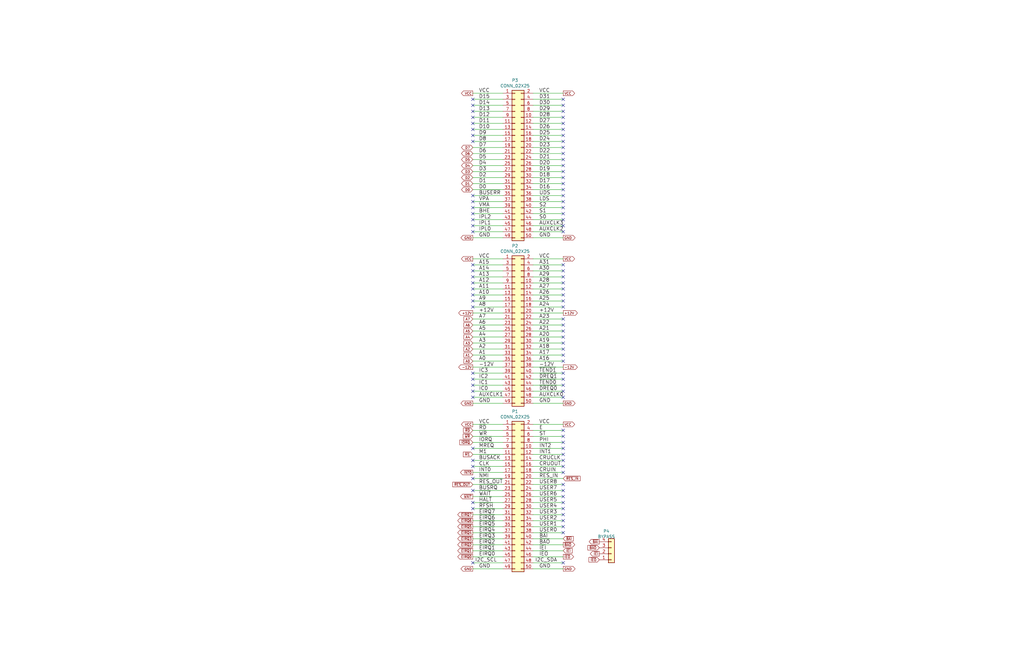
<source format=kicad_sch>
(kicad_sch (version 20211123) (generator eeschema)
  (paper "B")
  (lib_symbols
    (symbol "Connector_Generic:Conn_01x04" (pin_names (offset 1.016) hide)
      (property "Reference" "J" (at 0 5.08 0))
      (property "Value" "Conn_01x04" (at 0 -7.62 0))
      (symbol "Conn_01x04_1_1"
        (rectangle (start -1.27 -4.953) (end 0 -5.207) (stroke (width 0.1524)))
        (rectangle (start -1.27 -2.413) (end 0 -2.667) (stroke (width 0.1524)))
        (rectangle (start -1.27 0.127) (end 0 -0.127) (stroke (width 0.1524)))
        (rectangle (start -1.27 2.667) (end 0 2.413) (stroke (width 0.1524)))
        (rectangle (start -1.27 3.81) (end 1.27 -6.35) (stroke (width 0.254)) (fill (type background)))
        (pin passive line (at -5.08 2.54 0) (length 3.81) (name "Pin_1") (number "1"))
        (pin passive line (at -5.08 0 0) (length 3.81) (name "Pin_2") (number "2"))
        (pin passive line (at -5.08 -2.54 0) (length 3.81) (name "Pin_3") (number "3"))
        (pin passive line (at -5.08 -5.08 0) (length 3.81) (name "Pin_4") (number "4"))
      )
    )
    (symbol "Connector_Generic:Conn_02x25_Odd_Even" (pin_names (offset 1.016) hide)
      (property "Reference" "J" (at 1.27 33.02 0))
      (property "Value" "Conn_02x25_Odd_Even" (at 1.27 -33.02 0))
      (symbol "Conn_02x25_Odd_Even_1_1"
        (rectangle (start -1.27 -30.353) (end 0 -30.607) (stroke (width 0.1524)))
        (rectangle (start -1.27 -27.813) (end 0 -28.067) (stroke (width 0.1524)))
        (rectangle (start -1.27 -25.273) (end 0 -25.527) (stroke (width 0.1524)))
        (rectangle (start -1.27 -22.733) (end 0 -22.987) (stroke (width 0.1524)))
        (rectangle (start -1.27 -20.193) (end 0 -20.447) (stroke (width 0.1524)))
        (rectangle (start -1.27 -17.653) (end 0 -17.907) (stroke (width 0.1524)))
        (rectangle (start -1.27 -15.113) (end 0 -15.367) (stroke (width 0.1524)))
        (rectangle (start -1.27 -12.573) (end 0 -12.827) (stroke (width 0.1524)))
        (rectangle (start -1.27 -10.033) (end 0 -10.287) (stroke (width 0.1524)))
        (rectangle (start -1.27 -7.493) (end 0 -7.747) (stroke (width 0.1524)))
        (rectangle (start -1.27 -4.953) (end 0 -5.207) (stroke (width 0.1524)))
        (rectangle (start -1.27 -2.413) (end 0 -2.667) (stroke (width 0.1524)))
        (rectangle (start -1.27 0.127) (end 0 -0.127) (stroke (width 0.1524)))
        (rectangle (start -1.27 2.667) (end 0 2.413) (stroke (width 0.1524)))
        (rectangle (start -1.27 5.207) (end 0 4.953) (stroke (width 0.1524)))
        (rectangle (start -1.27 7.747) (end 0 7.493) (stroke (width 0.1524)))
        (rectangle (start -1.27 10.287) (end 0 10.033) (stroke (width 0.1524)))
        (rectangle (start -1.27 12.827) (end 0 12.573) (stroke (width 0.1524)))
        (rectangle (start -1.27 15.367) (end 0 15.113) (stroke (width 0.1524)))
        (rectangle (start -1.27 17.907) (end 0 17.653) (stroke (width 0.1524)))
        (rectangle (start -1.27 20.447) (end 0 20.193) (stroke (width 0.1524)))
        (rectangle (start -1.27 22.987) (end 0 22.733) (stroke (width 0.1524)))
        (rectangle (start -1.27 25.527) (end 0 25.273) (stroke (width 0.1524)))
        (rectangle (start -1.27 28.067) (end 0 27.813) (stroke (width 0.1524)))
        (rectangle (start -1.27 30.607) (end 0 30.353) (stroke (width 0.1524)))
        (rectangle (start -1.27 31.75) (end 3.81 -31.75) (stroke (width 0.254)) (fill (type background)))
        (rectangle (start 3.81 -30.353) (end 2.54 -30.607) (stroke (width 0.1524)))
        (rectangle (start 3.81 -27.813) (end 2.54 -28.067) (stroke (width 0.1524)))
        (rectangle (start 3.81 -25.273) (end 2.54 -25.527) (stroke (width 0.1524)))
        (rectangle (start 3.81 -22.733) (end 2.54 -22.987) (stroke (width 0.1524)))
        (rectangle (start 3.81 -20.193) (end 2.54 -20.447) (stroke (width 0.1524)))
        (rectangle (start 3.81 -17.653) (end 2.54 -17.907) (stroke (width 0.1524)))
        (rectangle (start 3.81 -15.113) (end 2.54 -15.367) (stroke (width 0.1524)))
        (rectangle (start 3.81 -12.573) (end 2.54 -12.827) (stroke (width 0.1524)))
        (rectangle (start 3.81 -10.033) (end 2.54 -10.287) (stroke (width 0.1524)))
        (rectangle (start 3.81 -7.493) (end 2.54 -7.747) (stroke (width 0.1524)))
        (rectangle (start 3.81 -4.953) (end 2.54 -5.207) (stroke (width 0.1524)))
        (rectangle (start 3.81 -2.413) (end 2.54 -2.667) (stroke (width 0.1524)))
        (rectangle (start 3.81 0.127) (end 2.54 -0.127) (stroke (width 0.1524)))
        (rectangle (start 3.81 2.667) (end 2.54 2.413) (stroke (width 0.1524)))
        (rectangle (start 3.81 5.207) (end 2.54 4.953) (stroke (width 0.1524)))
        (rectangle (start 3.81 7.747) (end 2.54 7.493) (stroke (width 0.1524)))
        (rectangle (start 3.81 10.287) (end 2.54 10.033) (stroke (width 0.1524)))
        (rectangle (start 3.81 12.827) (end 2.54 12.573) (stroke (width 0.1524)))
        (rectangle (start 3.81 15.367) (end 2.54 15.113) (stroke (width 0.1524)))
        (rectangle (start 3.81 17.907) (end 2.54 17.653) (stroke (width 0.1524)))
        (rectangle (start 3.81 20.447) (end 2.54 20.193) (stroke (width 0.1524)))
        (rectangle (start 3.81 22.987) (end 2.54 22.733) (stroke (width 0.1524)))
        (rectangle (start 3.81 25.527) (end 2.54 25.273) (stroke (width 0.1524)))
        (rectangle (start 3.81 28.067) (end 2.54 27.813) (stroke (width 0.1524)))
        (rectangle (start 3.81 30.607) (end 2.54 30.353) (stroke (width 0.1524)))
        (pin passive line (at -5.08 30.48 0) (length 3.81) (name "Pin_1") (number "1"))
        (pin passive line (at 7.62 20.32 180) (length 3.81) (name "Pin_10") (number "10"))
        (pin passive line (at -5.08 17.78 0) (length 3.81) (name "Pin_11") (number "11"))
        (pin passive line (at 7.62 17.78 180) (length 3.81) (name "Pin_12") (number "12"))
        (pin passive line (at -5.08 15.24 0) (length 3.81) (name "Pin_13") (number "13"))
        (pin passive line (at 7.62 15.24 180) (length 3.81) (name "Pin_14") (number "14"))
        (pin passive line (at -5.08 12.7 0) (length 3.81) (name "Pin_15") (number "15"))
        (pin passive line (at 7.62 12.7 180) (length 3.81) (name "Pin_16") (number "16"))
        (pin passive line (at -5.08 10.16 0) (length 3.81) (name "Pin_17") (number "17"))
        (pin passive line (at 7.62 10.16 180) (length 3.81) (name "Pin_18") (number "18"))
        (pin passive line (at -5.08 7.62 0) (length 3.81) (name "Pin_19") (number "19"))
        (pin passive line (at 7.62 30.48 180) (length 3.81) (name "Pin_2") (number "2"))
        (pin passive line (at 7.62 7.62 180) (length 3.81) (name "Pin_20") (number "20"))
        (pin passive line (at -5.08 5.08 0) (length 3.81) (name "Pin_21") (number "21"))
        (pin passive line (at 7.62 5.08 180) (length 3.81) (name "Pin_22") (number "22"))
        (pin passive line (at -5.08 2.54 0) (length 3.81) (name "Pin_23") (number "23"))
        (pin passive line (at 7.62 2.54 180) (length 3.81) (name "Pin_24") (number "24"))
        (pin passive line (at -5.08 0 0) (length 3.81) (name "Pin_25") (number "25"))
        (pin passive line (at 7.62 0 180) (length 3.81) (name "Pin_26") (number "26"))
        (pin passive line (at -5.08 -2.54 0) (length 3.81) (name "Pin_27") (number "27"))
        (pin passive line (at 7.62 -2.54 180) (length 3.81) (name "Pin_28") (number "28"))
        (pin passive line (at -5.08 -5.08 0) (length 3.81) (name "Pin_29") (number "29"))
        (pin passive line (at -5.08 27.94 0) (length 3.81) (name "Pin_3") (number "3"))
        (pin passive line (at 7.62 -5.08 180) (length 3.81) (name "Pin_30") (number "30"))
        (pin passive line (at -5.08 -7.62 0) (length 3.81) (name "Pin_31") (number "31"))
        (pin passive line (at 7.62 -7.62 180) (length 3.81) (name "Pin_32") (number "32"))
        (pin passive line (at -5.08 -10.16 0) (length 3.81) (name "Pin_33") (number "33"))
        (pin passive line (at 7.62 -10.16 180) (length 3.81) (name "Pin_34") (number "34"))
        (pin passive line (at -5.08 -12.7 0) (length 3.81) (name "Pin_35") (number "35"))
        (pin passive line (at 7.62 -12.7 180) (length 3.81) (name "Pin_36") (number "36"))
        (pin passive line (at -5.08 -15.24 0) (length 3.81) (name "Pin_37") (number "37"))
        (pin passive line (at 7.62 -15.24 180) (length 3.81) (name "Pin_38") (number "38"))
        (pin passive line (at -5.08 -17.78 0) (length 3.81) (name "Pin_39") (number "39"))
        (pin passive line (at 7.62 27.94 180) (length 3.81) (name "Pin_4") (number "4"))
        (pin passive line (at 7.62 -17.78 180) (length 3.81) (name "Pin_40") (number "40"))
        (pin passive line (at -5.08 -20.32 0) (length 3.81) (name "Pin_41") (number "41"))
        (pin passive line (at 7.62 -20.32 180) (length 3.81) (name "Pin_42") (number "42"))
        (pin passive line (at -5.08 -22.86 0) (length 3.81) (name "Pin_43") (number "43"))
        (pin passive line (at 7.62 -22.86 180) (length 3.81) (name "Pin_44") (number "44"))
        (pin passive line (at -5.08 -25.4 0) (length 3.81) (name "Pin_45") (number "45"))
        (pin passive line (at 7.62 -25.4 180) (length 3.81) (name "Pin_46") (number "46"))
        (pin passive line (at -5.08 -27.94 0) (length 3.81) (name "Pin_47") (number "47"))
        (pin passive line (at 7.62 -27.94 180) (length 3.81) (name "Pin_48") (number "48"))
        (pin passive line (at -5.08 -30.48 0) (length 3.81) (name "Pin_49") (number "49"))
        (pin passive line (at -5.08 25.4 0) (length 3.81) (name "Pin_5") (number "5"))
        (pin passive line (at 7.62 -30.48 180) (length 3.81) (name "Pin_50") (number "50"))
        (pin passive line (at 7.62 25.4 180) (length 3.81) (name "Pin_6") (number "6"))
        (pin passive line (at -5.08 22.86 0) (length 3.81) (name "Pin_7") (number "7"))
        (pin passive line (at 7.62 22.86 180) (length 3.81) (name "Pin_8") (number "8"))
        (pin passive line (at -5.08 20.32 0) (length 3.81) (name "Pin_9") (number "9"))
      )
    )
  )
  (no_connect (at 199.39 90.17))
  (no_connect (at 237.49 196.85))
  (no_connect (at 237.49 46.99))
  (no_connect (at 199.39 167.64))
  (no_connect (at 237.49 59.69))
  (no_connect (at 199.39 85.09))
  (no_connect (at 237.49 160.02))
  (no_connect (at 237.49 77.47))
  (no_connect (at 199.39 54.61))
  (no_connect (at 237.49 157.48))
  (no_connect (at 237.49 111.76))
  (no_connect (at 199.39 196.85))
  (no_connect (at 199.39 121.92))
  (no_connect (at 199.39 212.09))
  (no_connect (at 237.49 237.49))
  (no_connect (at 237.49 142.24))
  (no_connect (at 237.49 191.77))
  (no_connect (at 237.49 162.56))
  (no_connect (at 237.49 69.85))
  (no_connect (at 237.49 67.31))
  (no_connect (at 199.39 189.23))
  (no_connect (at 237.49 212.09))
  (no_connect (at 237.49 139.7))
  (no_connect (at 199.39 116.84))
  (no_connect (at 237.49 64.77))
  (no_connect (at 199.39 97.79))
  (no_connect (at 237.49 119.38))
  (no_connect (at 237.49 186.69))
  (no_connect (at 237.49 127))
  (no_connect (at 199.39 207.01))
  (no_connect (at 199.39 52.07))
  (no_connect (at 199.39 124.46))
  (no_connect (at 199.39 119.38))
  (no_connect (at 237.49 181.61))
  (no_connect (at 199.39 49.53))
  (no_connect (at 237.49 184.15))
  (no_connect (at 199.39 59.69))
  (no_connect (at 199.39 41.91))
  (no_connect (at 199.39 160.02))
  (no_connect (at 237.49 116.84))
  (no_connect (at 237.49 54.61))
  (no_connect (at 199.39 157.48))
  (no_connect (at 199.39 165.1))
  (no_connect (at 237.49 52.07))
  (no_connect (at 199.39 201.93))
  (no_connect (at 237.49 214.63))
  (no_connect (at 237.49 114.3))
  (no_connect (at 237.49 152.4))
  (no_connect (at 237.49 74.93))
  (no_connect (at 199.39 129.54))
  (no_connect (at 199.39 57.15))
  (no_connect (at 237.49 217.17))
  (no_connect (at 199.39 46.99))
  (no_connect (at 237.49 57.15))
  (no_connect (at 237.49 189.23))
  (no_connect (at 237.49 62.23))
  (no_connect (at 237.49 72.39))
  (no_connect (at 237.49 224.79))
  (no_connect (at 199.39 214.63))
  (no_connect (at 237.49 97.79))
  (no_connect (at 237.49 90.17))
  (no_connect (at 237.49 219.71))
  (no_connect (at 237.49 49.53))
  (no_connect (at 237.49 194.31))
  (no_connect (at 237.49 165.1))
  (no_connect (at 199.39 92.71))
  (no_connect (at 199.39 127))
  (no_connect (at 199.39 87.63))
  (no_connect (at 199.39 114.3))
  (no_connect (at 237.49 92.71))
  (no_connect (at 237.49 209.55))
  (no_connect (at 199.39 44.45))
  (no_connect (at 237.49 204.47))
  (no_connect (at 237.49 85.09))
  (no_connect (at 237.49 95.25))
  (no_connect (at 237.49 80.01))
  (no_connect (at 237.49 207.01))
  (no_connect (at 237.49 82.55))
  (no_connect (at 237.49 147.32))
  (no_connect (at 237.49 222.25))
  (no_connect (at 237.49 199.39))
  (no_connect (at 237.49 87.63))
  (no_connect (at 199.39 194.31))
  (no_connect (at 199.39 111.76))
  (no_connect (at 237.49 129.54))
  (no_connect (at 199.39 82.55))
  (no_connect (at 199.39 95.25))
  (no_connect (at 237.49 41.91))
  (no_connect (at 237.49 121.92))
  (no_connect (at 237.49 44.45))
  (no_connect (at 237.49 137.16))
  (no_connect (at 237.49 149.86))
  (no_connect (at 237.49 144.78))
  (no_connect (at 199.39 237.49))
  (no_connect (at 237.49 134.62))
  (no_connect (at 199.39 162.56))
  (no_connect (at 237.49 167.64))
  (no_connect (at 237.49 124.46))
  (wire (pts (xy 224.79 224.79) (xy 237.49 224.79)))
  (wire (pts (xy 199.39 224.79) (xy 212.09 224.79)))
  (wire (pts (xy 224.79 77.47) (xy 237.49 77.47)))
  (wire (pts (xy 199.39 54.61) (xy 212.09 54.61)))
  (wire (pts (xy 199.39 209.55) (xy 212.09 209.55)))
  (wire (pts (xy 224.79 207.01) (xy 237.49 207.01)))
  (wire (pts (xy 199.39 137.16) (xy 212.09 137.16)))
  (wire (pts (xy 199.39 49.53) (xy 212.09 49.53)))
  (wire (pts (xy 224.79 97.79) (xy 237.49 97.79)))
  (wire (pts (xy 237.49 194.31) (xy 224.79 194.31)))
  (wire (pts (xy 224.79 201.93) (xy 237.49 201.93)))
  (wire (pts (xy 224.79 209.55) (xy 237.49 209.55)))
  (wire (pts (xy 224.79 57.15) (xy 237.49 57.15)))
  (wire (pts (xy 199.39 240.03) (xy 212.09 240.03)))
  (wire (pts (xy 224.79 100.33) (xy 237.49 100.33)))
  (wire (pts (xy 199.39 67.31) (xy 212.09 67.31)))
  (wire (pts (xy 224.79 85.09) (xy 237.49 85.09)))
  (wire (pts (xy 224.79 142.24) (xy 237.49 142.24)))
  (wire (pts (xy 199.39 152.4) (xy 212.09 152.4)))
  (wire (pts (xy 212.09 160.02) (xy 199.39 160.02)))
  (wire (pts (xy 224.79 137.16) (xy 237.49 137.16)))
  (wire (pts (xy 212.09 85.09) (xy 199.39 85.09)))
  (wire (pts (xy 199.39 204.47) (xy 212.09 204.47)))
  (wire (pts (xy 224.79 80.01) (xy 237.49 80.01)))
  (wire (pts (xy 224.79 212.09) (xy 237.49 212.09)))
  (wire (pts (xy 199.39 74.93) (xy 212.09 74.93)))
  (wire (pts (xy 224.79 170.18) (xy 237.49 170.18)))
  (wire (pts (xy 199.39 149.86) (xy 212.09 149.86)))
  (wire (pts (xy 199.39 116.84) (xy 212.09 116.84)))
  (wire (pts (xy 199.39 227.33) (xy 212.09 227.33)))
  (wire (pts (xy 237.49 184.15) (xy 224.79 184.15)))
  (wire (pts (xy 199.39 134.62) (xy 212.09 134.62)))
  (wire (pts (xy 224.79 144.78) (xy 237.49 144.78)))
  (wire (pts (xy 224.79 124.46) (xy 237.49 124.46)))
  (wire (pts (xy 199.39 52.07) (xy 212.09 52.07)))
  (wire (pts (xy 199.39 199.39) (xy 212.09 199.39)))
  (wire (pts (xy 224.79 67.31) (xy 237.49 67.31)))
  (wire (pts (xy 237.49 95.25) (xy 224.79 95.25)))
  (wire (pts (xy 224.79 114.3) (xy 237.49 114.3)))
  (wire (pts (xy 199.39 41.91) (xy 212.09 41.91)))
  (wire (pts (xy 199.39 111.76) (xy 212.09 111.76)))
  (wire (pts (xy 199.39 44.45) (xy 212.09 44.45)))
  (wire (pts (xy 224.79 44.45) (xy 237.49 44.45)))
  (wire (pts (xy 199.39 59.69) (xy 212.09 59.69)))
  (wire (pts (xy 224.79 129.54) (xy 237.49 129.54)))
  (wire (pts (xy 224.79 147.32) (xy 237.49 147.32)))
  (wire (pts (xy 199.39 77.47) (xy 212.09 77.47)))
  (wire (pts (xy 199.39 191.77) (xy 212.09 191.77)))
  (wire (pts (xy 199.39 64.77) (xy 212.09 64.77)))
  (wire (pts (xy 199.39 62.23) (xy 212.09 62.23)))
  (wire (pts (xy 199.39 222.25) (xy 212.09 222.25)))
  (wire (pts (xy 224.79 204.47) (xy 237.49 204.47)))
  (wire (pts (xy 224.79 59.69) (xy 237.49 59.69)))
  (wire (pts (xy 224.79 87.63) (xy 237.49 87.63)))
  (wire (pts (xy 224.79 62.23) (xy 237.49 62.23)))
  (wire (pts (xy 224.79 219.71) (xy 237.49 219.71)))
  (wire (pts (xy 224.79 82.55) (xy 237.49 82.55)))
  (wire (pts (xy 212.09 90.17) (xy 199.39 90.17)))
  (wire (pts (xy 199.39 121.92) (xy 212.09 121.92)))
  (wire (pts (xy 224.79 69.85) (xy 237.49 69.85)))
  (wire (pts (xy 199.39 46.99) (xy 212.09 46.99)))
  (wire (pts (xy 224.79 196.85) (xy 237.49 196.85)))
  (wire (pts (xy 224.79 179.07) (xy 237.49 179.07)))
  (wire (pts (xy 224.79 157.48) (xy 237.49 157.48)))
  (wire (pts (xy 199.39 194.31) (xy 212.09 194.31)))
  (wire (pts (xy 224.79 222.25) (xy 237.49 222.25)))
  (wire (pts (xy 199.39 201.93) (xy 212.09 201.93)))
  (wire (pts (xy 199.39 179.07) (xy 212.09 179.07)))
  (wire (pts (xy 237.49 234.95) (xy 224.79 234.95)))
  (wire (pts (xy 224.79 154.94) (xy 237.49 154.94)))
  (wire (pts (xy 224.79 134.62) (xy 237.49 134.62)))
  (wire (pts (xy 224.79 92.71) (xy 237.49 92.71)))
  (wire (pts (xy 199.39 212.09) (xy 212.09 212.09)))
  (wire (pts (xy 199.39 119.38) (xy 212.09 119.38)))
  (wire (pts (xy 199.39 144.78) (xy 212.09 144.78)))
  (wire (pts (xy 237.49 191.77) (xy 224.79 191.77)))
  (wire (pts (xy 224.79 109.22) (xy 237.49 109.22)))
  (wire (pts (xy 224.79 121.92) (xy 237.49 121.92)))
  (wire (pts (xy 199.39 186.69) (xy 212.09 186.69)))
  (wire (pts (xy 237.49 181.61) (xy 224.79 181.61)))
  (wire (pts (xy 199.39 170.18) (xy 212.09 170.18)))
  (wire (pts (xy 199.39 219.71) (xy 212.09 219.71)))
  (wire (pts (xy 224.79 46.99) (xy 237.49 46.99)))
  (wire (pts (xy 199.39 196.85) (xy 212.09 196.85)))
  (wire (pts (xy 224.79 149.86) (xy 237.49 149.86)))
  (wire (pts (xy 199.39 234.95) (xy 212.09 234.95)))
  (wire (pts (xy 199.39 181.61) (xy 212.09 181.61)))
  (wire (pts (xy 237.49 189.23) (xy 224.79 189.23)))
  (wire (pts (xy 224.79 165.1) (xy 237.49 165.1)))
  (wire (pts (xy 199.39 129.54) (xy 212.09 129.54)))
  (wire (pts (xy 199.39 229.87) (xy 212.09 229.87)))
  (wire (pts (xy 224.79 240.03) (xy 237.49 240.03)))
  (wire (pts (xy 224.79 64.77) (xy 237.49 64.77)))
  (wire (pts (xy 199.39 127) (xy 212.09 127)))
  (wire (pts (xy 224.79 49.53) (xy 237.49 49.53)))
  (wire (pts (xy 224.79 72.39) (xy 237.49 72.39)))
  (wire (pts (xy 224.79 152.4) (xy 237.49 152.4)))
  (wire (pts (xy 199.39 57.15) (xy 212.09 57.15)))
  (wire (pts (xy 224.79 162.56) (xy 237.49 162.56)))
  (wire (pts (xy 224.79 74.93) (xy 237.49 74.93)))
  (wire (pts (xy 224.79 90.17) (xy 237.49 90.17)))
  (wire (pts (xy 212.09 82.55) (xy 199.39 82.55)))
  (wire (pts (xy 212.09 157.48) (xy 199.39 157.48)))
  (wire (pts (xy 224.79 139.7) (xy 237.49 139.7)))
  (wire (pts (xy 224.79 39.37) (xy 237.49 39.37)))
  (wire (pts (xy 212.09 87.63) (xy 199.39 87.63)))
  (wire (pts (xy 224.79 199.39) (xy 237.49 199.39)))
  (wire (pts (xy 224.79 111.76) (xy 237.49 111.76)))
  (wire (pts (xy 237.49 232.41) (xy 224.79 232.41)))
  (wire (pts (xy 224.79 52.07) (xy 237.49 52.07)))
  (wire (pts (xy 199.39 124.46) (xy 212.09 124.46)))
  (wire (pts (xy 237.49 237.49) (xy 224.79 237.49)))
  (wire (pts (xy 224.79 132.08) (xy 237.49 132.08)))
  (wire (pts (xy 224.79 217.17) (xy 237.49 217.17)))
  (wire (pts (xy 237.49 229.87) (xy 224.79 229.87)))
  (wire (pts (xy 199.39 167.64) (xy 212.09 167.64)))
  (wire (pts (xy 199.39 72.39) (xy 212.09 72.39)))
  (wire (pts (xy 199.39 142.24) (xy 212.09 142.24)))
  (wire (pts (xy 199.39 109.22) (xy 212.09 109.22)))
  (wire (pts (xy 199.39 132.08) (xy 212.09 132.08)))
  (wire (pts (xy 199.39 189.23) (xy 212.09 189.23)))
  (wire (pts (xy 224.79 116.84) (xy 237.49 116.84)))
  (wire (pts (xy 199.39 214.63) (xy 212.09 214.63)))
  (wire (pts (xy 199.39 217.17) (xy 212.09 217.17)))
  (wire (pts (xy 199.39 154.94) (xy 212.09 154.94)))
  (wire (pts (xy 199.39 39.37) (xy 212.09 39.37)))
  (wire (pts (xy 199.39 147.32) (xy 212.09 147.32)))
  (wire (pts (xy 224.79 167.64) (xy 237.49 167.64)))
  (wire (pts (xy 199.39 100.33) (xy 212.09 100.33)))
  (wire (pts (xy 237.49 227.33) (xy 224.79 227.33)))
  (wire (pts (xy 212.09 97.79) (xy 199.39 97.79)))
  (wire (pts (xy 224.79 41.91) (xy 237.49 41.91)))
  (wire (pts (xy 199.39 232.41) (xy 212.09 232.41)))
  (wire (pts (xy 212.09 165.1) (xy 199.39 165.1)))
  (wire (pts (xy 237.49 186.69) (xy 224.79 186.69)))
  (wire (pts (xy 199.39 114.3) (xy 212.09 114.3)))
  (wire (pts (xy 224.79 127) (xy 237.49 127)))
  (wire (pts (xy 199.39 80.01) (xy 212.09 80.01)))
  (wire (pts (xy 199.39 139.7) (xy 212.09 139.7)))
  (wire (pts (xy 199.39 69.85) (xy 212.09 69.85)))
  (wire (pts (xy 212.09 237.49) (xy 199.39 237.49)))
  (wire (pts (xy 224.79 160.02) (xy 237.49 160.02)))
  (wire (pts (xy 212.09 92.71) (xy 199.39 92.71)))
  (wire (pts (xy 224.79 214.63) (xy 237.49 214.63)))
  (wire (pts (xy 199.39 207.01) (xy 212.09 207.01)))
  (wire (pts (xy 212.09 95.25) (xy 199.39 95.25)))
  (wire (pts (xy 224.79 119.38) (xy 237.49 119.38)))
  (wire (pts (xy 212.09 162.56) (xy 199.39 162.56)))
  (wire (pts (xy 224.79 54.61) (xy 237.49 54.61)))
  (wire (pts (xy 199.39 184.15) (xy 212.09 184.15)))
  (label "A7" (at 201.93 134.62 0) (effects (font (size 1.524 1.524))))
  (label "VCC" (at 201.93 179.07 0) (effects (font (size 1.524 1.524))))
  (label "~{BHE}" (at 201.93 90.17 0) (effects (font (size 1.524 1.524))))
  (label "D4" (at 201.93 69.85 0) (effects (font (size 1.524 1.524))))
  (label "A5" (at 201.93 139.7 0) (effects (font (size 1.524 1.524))))
  (label "~{RES_OUT}" (at 201.93 204.47 0) (effects (font (size 1.524 1.524))))
  (label "IPL1" (at 201.93 95.25 0) (effects (font (size 1.524 1.524))))
  (label "UDS" (at 227.33 82.55 0) (effects (font (size 1.524 1.524))))
  (label "~{INT2}" (at 227.33 189.23 0) (effects (font (size 1.524 1.524))))
  (label "VCC" (at 227.33 179.07 0) (effects (font (size 1.524 1.524))))
  (label "IC2" (at 201.93 160.02 0) (effects (font (size 1.524 1.524))))
  (label "USER0" (at 227.33 224.79 0) (effects (font (size 1.524 1.524))))
  (label "VCC" (at 227.33 39.37 0) (effects (font (size 1.524 1.524))))
  (label "A9" (at 201.93 127 0) (effects (font (size 1.524 1.524))))
  (label "D9" (at 201.93 57.15 0) (effects (font (size 1.524 1.524))))
  (label "GND" (at 227.33 100.33 0) (effects (font (size 1.524 1.524))))
  (label "D23" (at 227.33 62.23 0) (effects (font (size 1.524 1.524))))
  (label "D15" (at 201.93 41.91 0) (effects (font (size 1.524 1.524))))
  (label "~{IEI}" (at 227.33 232.41 0) (effects (font (size 1.524 1.524))))
  (label "A6" (at 201.93 137.16 0) (effects (font (size 1.524 1.524))))
  (label "D0" (at 201.93 80.01 0) (effects (font (size 1.524 1.524))))
  (label "GND" (at 201.93 240.03 0) (effects (font (size 1.524 1.524))))
  (label "IPL0" (at 201.93 97.79 0) (effects (font (size 1.524 1.524))))
  (label "D16" (at 227.33 80.01 0) (effects (font (size 1.524 1.524))))
  (label "~{VPA}" (at 201.93 85.09 0) (effects (font (size 1.524 1.524))))
  (label "I2C_SCL" (at 209.55 237.49 180) (effects (font (size 1.524 1.524))))
  (label "~{NMI}" (at 201.93 201.93 0) (effects (font (size 1.524 1.524))))
  (label "~{MREQ}" (at 201.93 189.23 0) (effects (font (size 1.524 1.524))))
  (label "USER6" (at 227.33 209.55 0) (effects (font (size 1.524 1.524))))
  (label "A3" (at 201.93 144.78 0) (effects (font (size 1.524 1.524))))
  (label "A4" (at 201.93 142.24 0) (effects (font (size 1.524 1.524))))
  (label "A23" (at 227.33 134.62 0) (effects (font (size 1.524 1.524))))
  (label "D25" (at 227.33 57.15 0) (effects (font (size 1.524 1.524))))
  (label "D7" (at 201.93 62.23 0) (effects (font (size 1.524 1.524))))
  (label "VCC" (at 227.33 109.22 0) (effects (font (size 1.524 1.524))))
  (label "+12V" (at 227.33 132.08 0) (effects (font (size 1.524 1.524))))
  (label "~{BAO}" (at 227.33 229.87 0) (effects (font (size 1.524 1.524))))
  (label "A14" (at 201.93 114.3 0) (effects (font (size 1.524 1.524))))
  (label "GND" (at 227.33 170.18 0) (effects (font (size 1.524 1.524))))
  (label "D26" (at 227.33 54.61 0) (effects (font (size 1.524 1.524))))
  (label "D6" (at 201.93 64.77 0) (effects (font (size 1.524 1.524))))
  (label "~{INT0}" (at 201.93 199.39 0) (effects (font (size 1.524 1.524))))
  (label "S0" (at 227.33 92.71 0) (effects (font (size 1.524 1.524))))
  (label "A24" (at 227.33 129.54 0) (effects (font (size 1.524 1.524))))
  (label "A28" (at 227.33 119.38 0) (effects (font (size 1.524 1.524))))
  (label "A20" (at 227.33 142.24 0) (effects (font (size 1.524 1.524))))
  (label "~{RD}" (at 201.93 181.61 0) (effects (font (size 1.524 1.524))))
  (label "A21" (at 227.33 139.7 0) (effects (font (size 1.524 1.524))))
  (label "A29" (at 227.33 116.84 0) (effects (font (size 1.524 1.524))))
  (label "AUXCLK3" (at 227.33 95.25 0) (effects (font (size 1.524 1.524))))
  (label "~{DREQ1}" (at 227.33 160.02 0) (effects (font (size 1.524 1.524))))
  (label "D13" (at 201.93 46.99 0) (effects (font (size 1.524 1.524))))
  (label "~{EIRQ0}" (at 201.93 234.95 0) (effects (font (size 1.524 1.524))))
  (label "A1" (at 201.93 149.86 0) (effects (font (size 1.524 1.524))))
  (label "VCC" (at 201.93 109.22 0) (effects (font (size 1.524 1.524))))
  (label "A8" (at 201.93 129.54 0) (effects (font (size 1.524 1.524))))
  (label "A25" (at 227.33 127 0) (effects (font (size 1.524 1.524))))
  (label "A13" (at 201.93 116.84 0) (effects (font (size 1.524 1.524))))
  (label "+12V" (at 201.93 132.08 0) (effects (font (size 1.524 1.524))))
  (label "D18" (at 227.33 74.93 0) (effects (font (size 1.524 1.524))))
  (label "D24" (at 227.33 59.69 0) (effects (font (size 1.524 1.524))))
  (label "~{M1}" (at 201.93 191.77 0) (effects (font (size 1.524 1.524))))
  (label "~{RFSH}" (at 201.93 214.63 0) (effects (font (size 1.524 1.524))))
  (label "USER4" (at 227.33 214.63 0) (effects (font (size 1.524 1.524))))
  (label "PHI" (at 227.33 186.69 0) (effects (font (size 1.524 1.524))))
  (label "~{BUSERR}" (at 201.93 82.55 0) (effects (font (size 1.524 1.524))))
  (label "AUXCLK0" (at 227.33 167.64 0) (effects (font (size 1.524 1.524))))
  (label "~{IEO}" (at 227.33 234.95 0) (effects (font (size 1.524 1.524))))
  (label "~{HALT}" (at 201.93 212.09 0) (effects (font (size 1.524 1.524))))
  (label "I2C_SDA" (at 234.95 237.49 180) (effects (font (size 1.524 1.524))))
  (label "USER8" (at 227.33 204.47 0) (effects (font (size 1.524 1.524))))
  (label "~{EIRQ4}" (at 201.93 224.79 0) (effects (font (size 1.524 1.524))))
  (label "A16" (at 227.33 152.4 0) (effects (font (size 1.524 1.524))))
  (label "A2" (at 201.93 147.32 0) (effects (font (size 1.524 1.524))))
  (label "A31" (at 227.33 111.76 0) (effects (font (size 1.524 1.524))))
  (label "~{TEND1}" (at 227.33 157.48 0) (effects (font (size 1.524 1.524))))
  (label "AUXCLK1" (at 201.93 167.64 0) (effects (font (size 1.524 1.524))))
  (label "D3" (at 201.93 72.39 0) (effects (font (size 1.524 1.524))))
  (label "D19" (at 227.33 72.39 0) (effects (font (size 1.524 1.524))))
  (label "~{WR}" (at 201.93 184.15 0) (effects (font (size 1.524 1.524))))
  (label "A10" (at 201.93 124.46 0) (effects (font (size 1.524 1.524))))
  (label "E" (at 227.33 181.61 0) (effects (font (size 1.524 1.524))))
  (label "ST" (at 227.33 184.15 0) (effects (font (size 1.524 1.524))))
  (label "A18" (at 227.33 147.32 0) (effects (font (size 1.524 1.524))))
  (label "A15" (at 201.93 111.76 0) (effects (font (size 1.524 1.524))))
  (label "A0" (at 201.93 152.4 0) (effects (font (size 1.524 1.524))))
  (label "LDS" (at 227.33 85.09 0) (effects (font (size 1.524 1.524))))
  (label "D12" (at 201.93 49.53 0) (effects (font (size 1.524 1.524))))
  (label "IC1" (at 201.93 162.56 0) (effects (font (size 1.524 1.524))))
  (label "~{BUSACK}" (at 201.93 194.31 0) (effects (font (size 1.524 1.524))))
  (label "A19" (at 227.33 144.78 0) (effects (font (size 1.524 1.524))))
  (label "AUXCLK2" (at 227.33 97.79 0) (effects (font (size 1.524 1.524))))
  (label "GND" (at 227.33 240.03 0) (effects (font (size 1.524 1.524))))
  (label "D1" (at 201.93 77.47 0) (effects (font (size 1.524 1.524))))
  (label "S1" (at 227.33 90.17 0) (effects (font (size 1.524 1.524))))
  (label "~{WAIT}" (at 201.93 209.55 0) (effects (font (size 1.524 1.524))))
  (label "~{EIRQ2}" (at 201.93 229.87 0) (effects (font (size 1.524 1.524))))
  (label "CRUIN" (at 227.33 199.39 0) (effects (font (size 1.524 1.524))))
  (label "-12V" (at 201.93 154.94 0) (effects (font (size 1.524 1.524))))
  (label "D22" (at 227.33 64.77 0) (effects (font (size 1.524 1.524))))
  (label "~{IORQ}" (at 201.93 186.69 0) (effects (font (size 1.524 1.524))))
  (label "~{EIRQ5}" (at 201.93 222.25 0) (effects (font (size 1.524 1.524))))
  (label "CRUCLK" (at 227.33 194.31 0) (effects (font (size 1.524 1.524))))
  (label "D8" (at 201.93 59.69 0) (effects (font (size 1.524 1.524))))
  (label "D14" (at 201.93 44.45 0) (effects (font (size 1.524 1.524))))
  (label "D11" (at 201.93 52.07 0) (effects (font (size 1.524 1.524))))
  (label "A17" (at 227.33 149.86 0) (effects (font (size 1.524 1.524))))
  (label "A26" (at 227.33 124.46 0) (effects (font (size 1.524 1.524))))
  (label "A12" (at 201.93 119.38 0) (effects (font (size 1.524 1.524))))
  (label "~{INT1}" (at 227.33 191.77 0) (effects (font (size 1.524 1.524))))
  (label "~{EIRQ6}" (at 201.93 219.71 0) (effects (font (size 1.524 1.524))))
  (label "CLK" (at 201.93 196.85 0) (effects (font (size 1.524 1.524))))
  (label "S2" (at 227.33 87.63 0) (effects (font (size 1.524 1.524))))
  (label "D30" (at 227.33 44.45 0) (effects (font (size 1.524 1.524))))
  (label "A30" (at 227.33 114.3 0) (effects (font (size 1.524 1.524))))
  (label "~{RES_IN}" (at 227.33 201.93 0) (effects (font (size 1.524 1.524))))
  (label "D31" (at 227.33 41.91 0) (effects (font (size 1.524 1.524))))
  (label "D28" (at 227.33 49.53 0) (effects (font (size 1.524 1.524))))
  (label "D2" (at 201.93 74.93 0) (effects (font (size 1.524 1.524))))
  (label "D29" (at 227.33 46.99 0) (effects (font (size 1.524 1.524))))
  (label "USER5" (at 227.33 212.09 0) (effects (font (size 1.524 1.524))))
  (label "~{BUSRQ}" (at 201.93 207.01 0) (effects (font (size 1.524 1.524))))
  (label "GND" (at 201.93 170.18 0) (effects (font (size 1.524 1.524))))
  (label "~{EIRQ1}" (at 201.93 232.41 0) (effects (font (size 1.524 1.524))))
  (label "A27" (at 227.33 121.92 0) (effects (font (size 1.524 1.524))))
  (label "~{DREQ0}" (at 227.33 165.1 0) (effects (font (size 1.524 1.524))))
  (label "-12V" (at 227.33 154.94 0) (effects (font (size 1.524 1.524))))
  (label "IC3" (at 201.93 157.48 0) (effects (font (size 1.524 1.524))))
  (label "D27" (at 227.33 52.07 0) (effects (font (size 1.524 1.524))))
  (label "USER7" (at 227.33 207.01 0) (effects (font (size 1.524 1.524))))
  (label "D10" (at 201.93 54.61 0) (effects (font (size 1.524 1.524))))
  (label "D21" (at 227.33 67.31 0) (effects (font (size 1.524 1.524))))
  (label "~{VMA}" (at 201.93 87.63 0) (effects (font (size 1.524 1.524))))
  (label "D17" (at 227.33 77.47 0) (effects (font (size 1.524 1.524))))
  (label "A22" (at 227.33 137.16 0) (effects (font (size 1.524 1.524))))
  (label "~{BAI}" (at 227.33 227.33 0) (effects (font (size 1.524 1.524))))
  (label "USER2" (at 227.33 219.71 0) (effects (font (size 1.524 1.524))))
  (label "VCC" (at 201.93 39.37 0) (effects (font (size 1.524 1.524))))
  (label "CRUOUT" (at 227.33 196.85 0) (effects (font (size 1.524 1.524))))
  (label "GND" (at 201.93 100.33 0) (effects (font (size 1.524 1.524))))
  (label "D20" (at 227.33 69.85 0) (effects (font (size 1.524 1.524))))
  (label "~{TEND0}" (at 227.33 162.56 0) (effects (font (size 1.524 1.524))))
  (label "~{EIRQ3}" (at 201.93 227.33 0) (effects (font (size 1.524 1.524))))
  (label "~{EIRQ7}" (at 201.93 217.17 0) (effects (font (size 1.524 1.524))))
  (label "USER3" (at 227.33 217.17 0) (effects (font (size 1.524 1.524))))
  (label "IPL2" (at 201.93 92.71 0) (effects (font (size 1.524 1.524))))
  (label "A11" (at 201.93 121.92 0) (effects (font (size 1.524 1.524))))
  (label "D5" (at 201.93 67.31 0) (effects (font (size 1.524 1.524))))
  (label "IC0" (at 201.93 165.1 0) (effects (font (size 1.524 1.524))))
  (label "USER1" (at 227.33 222.25 0) (effects (font (size 1.524 1.524))))
  (global_label "~{EIRQ6}" (shape output) (at 199.39 219.71 180) (effects (font (size 1.016 1.016))) (property "Intersheet References" "${INTERSHEET_REFS}" (effects hide)))
  (global_label "GND" (shape output) (at 199.39 100.33 180) (effects (font (size 1.016 1.016))) (property "Intersheet References" "${INTERSHEET_REFS}" (effects hide)))
  (global_label "VCC" (shape output) (at 199.39 179.07 180) (effects (font (size 1.016 1.016))) (property "Intersheet References" "${INTERSHEET_REFS}" (effects hide)))
  (global_label "~{WAIT}" (shape output) (at 199.39 209.55 180) (effects (font (size 1.016 1.016))) (property "Intersheet References" "${INTERSHEET_REFS}" (effects hide)))
  (global_label "GND" (shape output) (at 237.49 100.33 0) (effects (font (size 1.016 1.016))) (property "Intersheet References" "${INTERSHEET_REFS}" (effects hide)))
  (global_label "~{BAI}" (shape input) (at 237.49 227.33 0) (effects (font (size 1.016 1.016))) (property "Intersheet References" "${INTERSHEET_REFS}" (effects hide)))
  (global_label "VCC" (shape output) (at 199.39 39.37 180) (effects (font (size 1.016 1.016))) (property "Intersheet References" "${INTERSHEET_REFS}" (effects hide)))
  (global_label "A0" (shape input) (at 199.39 152.4 180) (effects (font (size 1.016 1.016))) (property "Intersheet References" "${INTERSHEET_REFS}" (effects hide)))
  (global_label "+12V" (shape output) (at 199.39 132.08 180) (effects (font (size 1.016 1.016))) (property "Intersheet References" "${INTERSHEET_REFS}" (effects hide)))
  (global_label "D7" (shape bidirectional) (at 199.39 62.23 180) (effects (font (size 1.016 1.016))) (property "Intersheet References" "${INTERSHEET_REFS}" (effects hide)))
  (global_label "~{INT0}" (shape output) (at 199.39 199.39 180) (effects (font (size 1.016 1.016))) (property "Intersheet References" "${INTERSHEET_REFS}" (effects hide)))
  (global_label "A4" (shape input) (at 199.39 142.24 180) (effects (font (size 1.016 1.016))) (property "Intersheet References" "${INTERSHEET_REFS}" (effects hide)))
  (global_label "A5" (shape input) (at 199.39 139.7 180) (effects (font (size 1.016 1.016))) (property "Intersheet References" "${INTERSHEET_REFS}" (effects hide)))
  (global_label "~{BAO}" (shape input) (at 252.73 231.14 180) (effects (font (size 1.016 1.016))) (property "Intersheet References" "${INTERSHEET_REFS}" (effects hide)))
  (global_label "~{WR}" (shape input) (at 199.39 184.15 180) (effects (font (size 1.016 1.016))) (property "Intersheet References" "${INTERSHEET_REFS}" (effects hide)))
  (global_label "~{IEI}" (shape output) (at 252.73 233.68 180) (effects (font (size 1.016 1.016))) (property "Intersheet References" "${INTERSHEET_REFS}" (effects hide)))
  (global_label "+12V" (shape output) (at 237.49 132.08 0) (effects (font (size 1.016 1.016))) (property "Intersheet References" "${INTERSHEET_REFS}" (effects hide)))
  (global_label "GND" (shape output) (at 199.39 170.18 180) (effects (font (size 1.016 1.016))) (property "Intersheet References" "${INTERSHEET_REFS}" (effects hide)))
  (global_label "A3" (shape input) (at 199.39 144.78 180) (effects (font (size 1.016 1.016))) (property "Intersheet References" "${INTERSHEET_REFS}" (effects hide)))
  (global_label "~{RD}" (shape input) (at 199.39 181.61 180) (effects (font (size 1.016 1.016))) (property "Intersheet References" "${INTERSHEET_REFS}" (effects hide)))
  (global_label "~{RES_IN}" (shape input) (at 237.49 201.93 0) (effects (font (size 1.016 1.016))) (property "Intersheet References" "${INTERSHEET_REFS}" (effects hide)))
  (global_label "-12V" (shape output) (at 237.49 154.94 0) (effects (font (size 1.016 1.016))) (property "Intersheet References" "${INTERSHEET_REFS}" (effects hide)))
  (global_label "~{IEO}" (shape output) (at 237.49 234.95 0) (effects (font (size 1.016 1.016))) (property "Intersheet References" "${INTERSHEET_REFS}" (effects hide)))
  (global_label "A2" (shape input) (at 199.39 147.32 180) (effects (font (size 1.016 1.016))) (property "Intersheet References" "${INTERSHEET_REFS}" (effects hide)))
  (global_label "~{RES_OUT}" (shape input) (at 199.39 204.47 180) (effects (font (size 1.016 1.016))) (property "Intersheet References" "${INTERSHEET_REFS}" (effects hide)))
  (global_label "VCC" (shape output) (at 199.39 109.22 180) (effects (font (size 1.016 1.016))) (property "Intersheet References" "${INTERSHEET_REFS}" (effects hide)))
  (global_label "D2" (shape bidirectional) (at 199.39 74.93 180) (effects (font (size 1.016 1.016))) (property "Intersheet References" "${INTERSHEET_REFS}" (effects hide)))
  (global_label "~{EIRQ3}" (shape output) (at 199.39 227.33 180) (effects (font (size 1.016 1.016))) (property "Intersheet References" "${INTERSHEET_REFS}" (effects hide)))
  (global_label "A1" (shape input) (at 199.39 149.86 180) (effects (font (size 1.016 1.016))) (property "Intersheet References" "${INTERSHEET_REFS}" (effects hide)))
  (global_label "~{IORQ}" (shape input) (at 199.39 186.69 180) (effects (font (size 1.016 1.016))) (property "Intersheet References" "${INTERSHEET_REFS}" (effects hide)))
  (global_label "GND" (shape output) (at 237.49 170.18 0) (effects (font (size 1.016 1.016))) (property "Intersheet References" "${INTERSHEET_REFS}" (effects hide)))
  (global_label "~{M1}" (shape input) (at 199.39 191.77 180) (effects (font (size 1.016 1.016))) (property "Intersheet References" "${INTERSHEET_REFS}" (effects hide)))
  (global_label "~{EIRQ4}" (shape output) (at 199.39 224.79 180) (effects (font (size 1.016 1.016))) (property "Intersheet References" "${INTERSHEET_REFS}" (effects hide)))
  (global_label "~{EIRQ7}" (shape output) (at 199.39 217.17 180) (effects (font (size 1.016 1.016))) (property "Intersheet References" "${INTERSHEET_REFS}" (effects hide)))
  (global_label "D0" (shape bidirectional) (at 199.39 80.01 180) (effects (font (size 1.016 1.016))) (property "Intersheet References" "${INTERSHEET_REFS}" (effects hide)))
  (global_label "D1" (shape bidirectional) (at 199.39 77.47 180) (effects (font (size 1.016 1.016))) (property "Intersheet References" "${INTERSHEET_REFS}" (effects hide)))
  (global_label "VCC" (shape output) (at 237.49 109.22 0) (effects (font (size 1.016 1.016))) (property "Intersheet References" "${INTERSHEET_REFS}" (effects hide)))
  (global_label "D4" (shape bidirectional) (at 199.39 69.85 180) (effects (font (size 1.016 1.016))) (property "Intersheet References" "${INTERSHEET_REFS}" (effects hide)))
  (global_label "D3" (shape bidirectional) (at 199.39 72.39 180) (effects (font (size 1.016 1.016))) (property "Intersheet References" "${INTERSHEET_REFS}" (effects hide)))
  (global_label "-12V" (shape output) (at 199.39 154.94 180) (effects (font (size 1.016 1.016))) (property "Intersheet References" "${INTERSHEET_REFS}" (effects hide)))
  (global_label "VCC" (shape output) (at 237.49 179.07 0) (effects (font (size 1.016 1.016))) (property "Intersheet References" "${INTERSHEET_REFS}" (effects hide)))
  (global_label "~{EIRQ5}" (shape output) (at 199.39 222.25 180) (effects (font (size 1.016 1.016))) (property "Intersheet References" "${INTERSHEET_REFS}" (effects hide)))
  (global_label "~{IEO}" (shape input) (at 252.73 236.22 180) (effects (font (size 1.016 1.016))) (property "Intersheet References" "${INTERSHEET_REFS}" (effects hide)))
  (global_label "~{EIRQ0}" (shape output) (at 199.39 234.95 180) (effects (font (size 1.016 1.016))) (property "Intersheet References" "${INTERSHEET_REFS}" (effects hide)))
  (global_label "~{EIRQ1}" (shape output) (at 199.39 232.41 180) (effects (font (size 1.016 1.016))) (property "Intersheet References" "${INTERSHEET_REFS}" (effects hide)))
  (global_label "VCC" (shape output) (at 237.49 39.37 0) (effects (font (size 1.016 1.016))) (property "Intersheet References" "${INTERSHEET_REFS}" (effects hide)))
  (global_label "~{BAO}" (shape output) (at 237.49 229.87 0) (effects (font (size 1.016 1.016))) (property "Intersheet References" "${INTERSHEET_REFS}" (effects hide)))
  (global_label "D5" (shape bidirectional) (at 199.39 67.31 180) (effects (font (size 1.016 1.016))) (property "Intersheet References" "${INTERSHEET_REFS}" (effects hide)))
  (global_label "GND" (shape output) (at 199.39 240.03 180) (effects (font (size 1.016 1.016))) (property "Intersheet References" "${INTERSHEET_REFS}" (effects hide)))
  (global_label "A6" (shape input) (at 199.39 137.16 180) (effects (font (size 1.016 1.016))) (property "Intersheet References" "${INTERSHEET_REFS}" (effects hide)))
  (global_label "~{BAI}" (shape output) (at 252.73 228.6 180) (effects (font (size 1.016 1.016))) (property "Intersheet References" "${INTERSHEET_REFS}" (effects hide)))
  (global_label "~{EIRQ2}" (shape output) (at 199.39 229.87 180) (effects (font (size 1.016 1.016))) (property "Intersheet References" "${INTERSHEET_REFS}" (effects hide)))
  (global_label "~{IEI}" (shape input) (at 237.49 232.41 0) (effects (font (size 1.016 1.016))) (property "Intersheet References" "${INTERSHEET_REFS}" (effects hide)))
  (global_label "D6" (shape bidirectional) (at 199.39 64.77 180) (effects (font (size 1.016 1.016))) (property "Intersheet References" "${INTERSHEET_REFS}" (effects hide)))
  (global_label "GND" (shape output) (at 237.49 240.03 0) (effects (font (size 1.016 1.016))) (property "Intersheet References" "${INTERSHEET_REFS}" (effects hide)))
  (global_label "A7" (shape input) (at 199.39 134.62 180) (effects (font (size 1.016 1.016))) (property "Intersheet References" "${INTERSHEET_REFS}" (effects hide)))
  (symbol (lib_id "Connector_Generic:Conn_01x04") (at 257.81 233.68 0) (mirror x) (unit 1)
    (property "Reference" "P4" (at 255.7018 224.155 0))
    (property "Value" "BYPASS" (at 255.7018 226.4664 0))
    (property "Footprint" "Connector_PinHeader_2.54mm:PinHeader_1x04_P2.54mm_Vertical" (effects hide))
  )
  (symbol (lib_id "Connector_Generic:Conn_02x25_Odd_Even") (at 217.17 209.55 0) (unit 1)
    (property "Reference" "P1" (at 217.17 173.609 0))
    (property "Value" "CONN_02X25" (at 217.17 175.9204 0))
    (property "Footprint" "Connector_IDC:IDC-Header_2x25_P2.54mm_Horizontal" (effects hide))
  )
  (symbol (lib_id "Connector_Generic:Conn_02x25_Odd_Even") (at 217.17 139.7 0) (unit 1)
    (property "Reference" "P2" (at 217.17 103.759 0))
    (property "Value" "CONN_02X25" (at 217.17 106.0704 0))
    (property "Footprint" "Connector_IDC:IDC-Header_2x25_P2.54mm_Horizontal" (effects hide))
  )
  (symbol (lib_id "Connector_Generic:Conn_02x25_Odd_Even") (at 217.17 69.85 0) (unit 1)
    (property "Reference" "P3" (at 217.17 33.909 0))
    (property "Value" "CONN_02X25" (at 217.17 36.2204 0))
    (property "Footprint" "Connector_IDC:IDC-Header_2x25_P2.54mm_Horizontal" (effects hide))
  )
)
</source>
